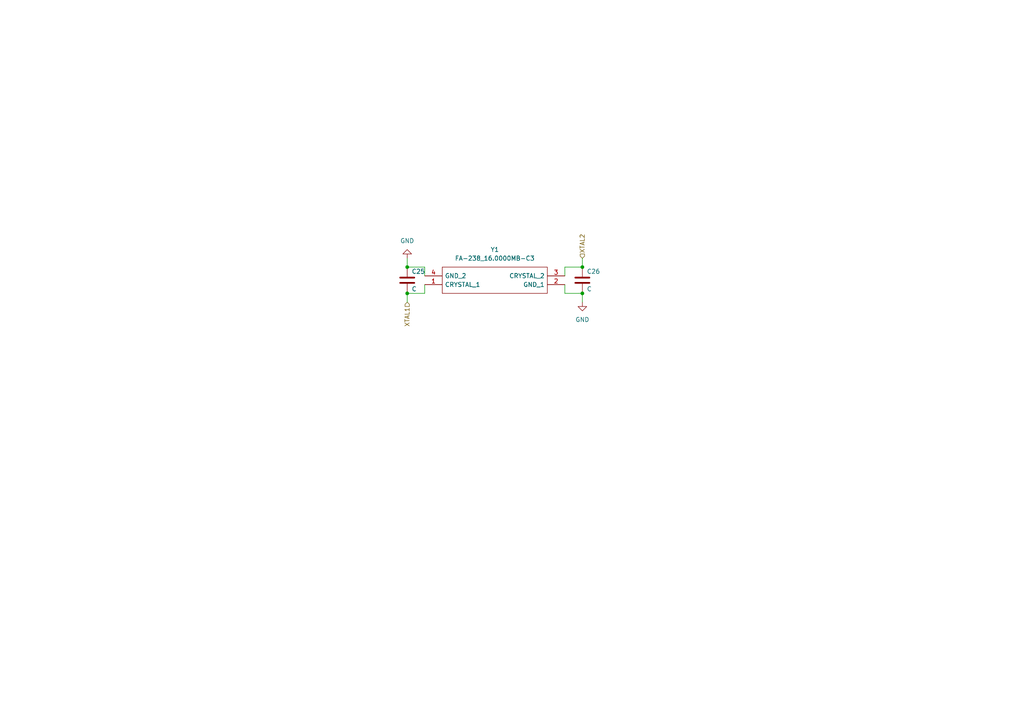
<source format=kicad_sch>
(kicad_sch (version 20211123) (generator eeschema)
  (paper "A4")
  (title_block (title "Ramen80") (date "2022-03-05") (rev "v1.0.0") (company "Ramen Keebs"))
  (lib_symbols
    (symbol "Device:C" (pin_numbers hide) (pin_names (offset 0.254))
      (property "Reference" "C" (at 0.635 2.54 0))
      (property "Value" "C" (at 0.635 -2.54 0))
      (symbol "C_0_1"
        (polyline (pts (xy -2.032 -0.762) (xy 2.032 -0.762)) (stroke (width 0.508)))
        (polyline (pts (xy -2.032 0.762) (xy 2.032 0.762)) (stroke (width 0.508)))
      )
      (symbol "C_1_1"
        (pin passive line (at 0 3.81 270) (length 2.794) (name "~") (number "1"))
        (pin passive line (at 0 -3.81 90) (length 2.794) (name "~") (number "2"))
      )
    )
    (symbol "RamenKeebs:16MHZ_CRYSTAL" (pin_names (offset 0.762))
      (property "Reference" "Y" (at 19.05 3.81 0))
      (property "Value" "16MHZ_CRYSTAL" (at 12.7 -6.35 0))
      (symbol "16MHZ_CRYSTAL_0_0"
        (pin passive line (at 0 -2.54 0) (length 5.08) (name "CRYSTAL_1") (number "1"))
        (pin passive line (at 40.64 -2.54 180) (length 5.08) (name "GND_1") (number "2"))
        (pin passive line (at 40.64 0 180) (length 5.08) (name "CRYSTAL_2") (number "3"))
        (pin passive line (at 0 0 0) (length 5.08) (name "GND_2") (number "4"))
      )
      (symbol "16MHZ_CRYSTAL_0_1"
        (polyline (pts (xy 5.08 2.54) (xy 35.56 2.54) (xy 35.56 -5.08) (xy 5.08 -5.08) (xy 5.08 2.54)) (stroke (width 0.1524)))
      )
    )
    (symbol "power:GND" (power) (pin_names (offset 0))
      (property "Value" "GND" (at 0 -3.81 0))
      (symbol "GND_0_1"
        (polyline (pts (xy 0 0) (xy 0 -1.27) (xy 1.27 -1.27) (xy 0 -2.54) (xy -1.27 -1.27) (xy 0 -1.27)))
      )
      (symbol "GND_1_1"
        (pin power_in line (at 0 0 270) (length 0) hide (name "GND") (number "1"))
      )
    )
  )
  (junction (at 118.11 85.09))
  (junction (at 168.91 85.09))
  (junction (at 168.91 77.47))
  (junction (at 118.11 77.47))
  (wire (pts (xy 118.11 74.93) (xy 118.11 77.47)))
  (wire (pts (xy 123.19 77.47) (xy 118.11 77.47)))
  (wire (pts (xy 163.83 80.01) (xy 163.83 77.47)))
  (wire (pts (xy 123.19 85.09) (xy 118.11 85.09)))
  (wire (pts (xy 118.11 85.09) (xy 118.11 87.63)))
  (wire (pts (xy 163.83 82.55) (xy 163.83 85.09)))
  (wire (pts (xy 168.91 74.93) (xy 168.91 77.47)))
  (wire (pts (xy 123.19 82.55) (xy 123.19 85.09)))
  (wire (pts (xy 123.19 80.01) (xy 123.19 77.47)))
  (wire (pts (xy 163.83 77.47) (xy 168.91 77.47)))
  (wire (pts (xy 168.91 85.09) (xy 168.91 87.63)))
  (wire (pts (xy 163.83 85.09) (xy 168.91 85.09)))
  (hierarchical_label "XTAL2" (shape input) (at 168.91 74.93 90))
  (hierarchical_label "XTAL1" (shape input) (at 118.11 87.63 270))
  (symbol (lib_id "Device:C") (at 118.11 81.28 0) (unit 1)
    (property "Reference" "C25" (at 119.38 78.74 0) (effects (justify left)))
    (property "Value" "C" (at 119.38 83.82 0) (effects (justify left)))
    (property "Footprint" "RamenKeebs:C_0805" (effects hide))
  )
  (symbol (lib_id "RamenKeebs:16MHZ_CRYSTAL") (at 123.19 80.01 0) (unit 1)
    (property "Reference" "Y1" (at 143.51 72.39 0))
    (property "Value" "FA-238_16.0000MB-C3" (at 143.51 74.93 0))
    (property "Footprint" "SamacSys_Parts:FA238160000MBC3" (effects hide))
    (property "Datasheet" "https://support.epson.biz/td/api/doc_check.php?dl=brief_FA-238&lang=en" (effects hide))
    (property "Description" "Crystals 16MHz 50PPM -20C +70C 18.0pF" (effects hide))
    (property "Height" "0.7" (effects hide))
    (property "Manufacturer_Name" "Epson Timing" (effects hide))
    (property "Manufacturer_Part_Number" "FA-238 16.0000MB-C3" (effects hide))
    (property "Mouser Part Number" "732-FA-23816B-C3" (effects hide))
    (property "Mouser Price/Stock" "https://www.mouser.co.uk/ProductDetail/Epson-Timing/FA-238-160000MB-C3?qs=csoGsJbXmtALht67E3DnCg%3D%3D" (effects hide))
  )
  (symbol (lib_id "Device:C") (at 168.91 81.28 0) (unit 1)
    (property "Reference" "C26" (at 170.18 78.74 0) (effects (justify left)))
    (property "Value" "C" (at 170.18 83.82 0) (effects (justify left)))
    (property "Footprint" "RamenKeebs:C_0805" (effects hide))
  )
  (symbol (lib_id "power:GND") (at 118.11 74.93 180) (unit 1)
    (property "Reference" "#PWR043" (effects hide))
    (property "Value" "GND" (at 118.11 69.85 0))
  )
  (symbol (lib_id "power:GND") (at 168.91 87.63 0) (unit 1)
    (property "Reference" "#PWR044" (effects hide))
    (property "Value" "GND" (at 168.91 92.71 0))
  )
)
</source>
